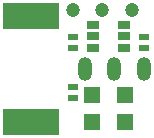
<source format=gbs>
G04*
G04 #@! TF.GenerationSoftware,Altium Limited,Altium Designer,24.4.1 (13)*
G04*
G04 Layer_Color=16711935*
%FSLAX44Y44*%
%MOMM*%
G71*
G04*
G04 #@! TF.SameCoordinates,44DCB5E1-04CF-47D5-A710-08A0CD88592B*
G04*
G04*
G04 #@! TF.FilePolarity,Negative*
G04*
G01*
G75*
%ADD15O,1.2032X2.0032*%
%ADD25R,4.7032X2.2032*%
%ADD26C,1.2032*%
%ADD27R,1.4032X1.4032*%
%ADD28R,0.9032X0.6032*%
%ADD29R,1.1032X0.8032*%
D15*
X255000Y60000D02*
D03*
X230000D02*
D03*
X205000D02*
D03*
D25*
X160000Y104750D02*
D03*
Y15250D02*
D03*
D26*
X245000Y110000D02*
D03*
X220000D02*
D03*
X195000D02*
D03*
D27*
X239000Y37500D02*
D03*
X211000D02*
D03*
Y15000D02*
D03*
X239000D02*
D03*
D28*
X195000Y44500D02*
D03*
Y35500D02*
D03*
Y78000D02*
D03*
Y87000D02*
D03*
X255000D02*
D03*
Y78000D02*
D03*
D29*
X238000D02*
D03*
X212000Y97000D02*
D03*
Y87500D02*
D03*
Y78000D02*
D03*
X238000Y97000D02*
D03*
Y87500D02*
D03*
M02*

</source>
